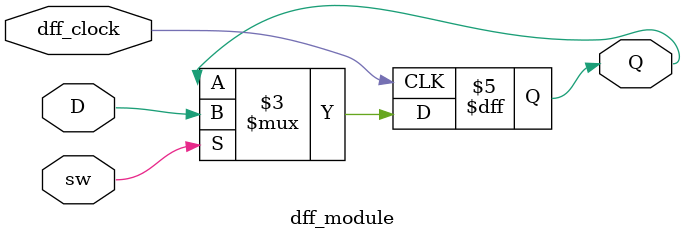
<source format=v>
`timescale 1ns / 1ps


module dff_module(
    input dff_clock, D, sw,
    output reg Q = 0
    );
    
        always @ (posedge dff_clock)
            
        begin
            Q <= (sw == 1) ? D : Q;
        end
        
endmodule

</source>
